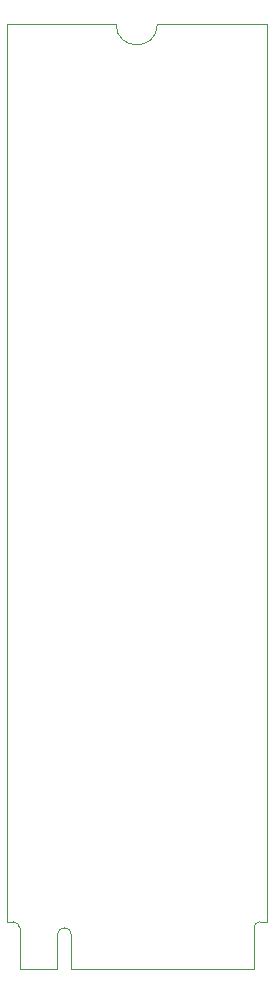
<source format=gbr>
%TF.GenerationSoftware,KiCad,Pcbnew,8.0.6*%
%TF.CreationDate,2024-11-27T00:56:58+01:00*%
%TF.ProjectId,M2SmartHome,4d32536d-6172-4744-986f-6d652e6b6963,rev?*%
%TF.SameCoordinates,Original*%
%TF.FileFunction,Profile,NP*%
%FSLAX46Y46*%
G04 Gerber Fmt 4.6, Leading zero omitted, Abs format (unit mm)*
G04 Created by KiCad (PCBNEW 8.0.6) date 2024-11-27 00:56:58*
%MOMM*%
%LPD*%
G01*
G04 APERTURE LIST*
%TA.AperFunction,Profile*%
%ADD10C,0.050000*%
%TD*%
G04 APERTURE END LIST*
D10*
X93750000Y-86000000D02*
G75*
G02*
X90250000Y-86000000I-1750000J0D01*
G01*
X103000000Y-86000000D02*
X93750000Y-86000000D01*
X81000000Y-86000000D02*
X90250000Y-86000000D01*
X103000000Y-162000000D02*
X103000000Y-86000000D01*
X81000000Y-162000000D02*
X81000000Y-86000000D01*
%TO.C,J1*%
X81000000Y-162000000D02*
X81575000Y-162000000D01*
X82075000Y-162500000D02*
X82075000Y-166000000D01*
X82075000Y-166000000D02*
X85275000Y-166000000D01*
X85275000Y-166000000D02*
X85275000Y-163100000D01*
X86475000Y-163100000D02*
X86475000Y-166000000D01*
X86475000Y-166000000D02*
X92000000Y-166000000D01*
X92000000Y-166000000D02*
X101925000Y-166000000D01*
X101925000Y-166000000D02*
X101925000Y-162500000D01*
X102425000Y-162000000D02*
X103000000Y-162000000D01*
X81575000Y-162000000D02*
G75*
G02*
X82075000Y-162500000I-1J-500001D01*
G01*
X85275000Y-163100000D02*
G75*
G02*
X86475000Y-163100000I600000J0D01*
G01*
X101925000Y-162500000D02*
G75*
G02*
X102425000Y-162000000I500000J0D01*
G01*
%TD*%
M02*

</source>
